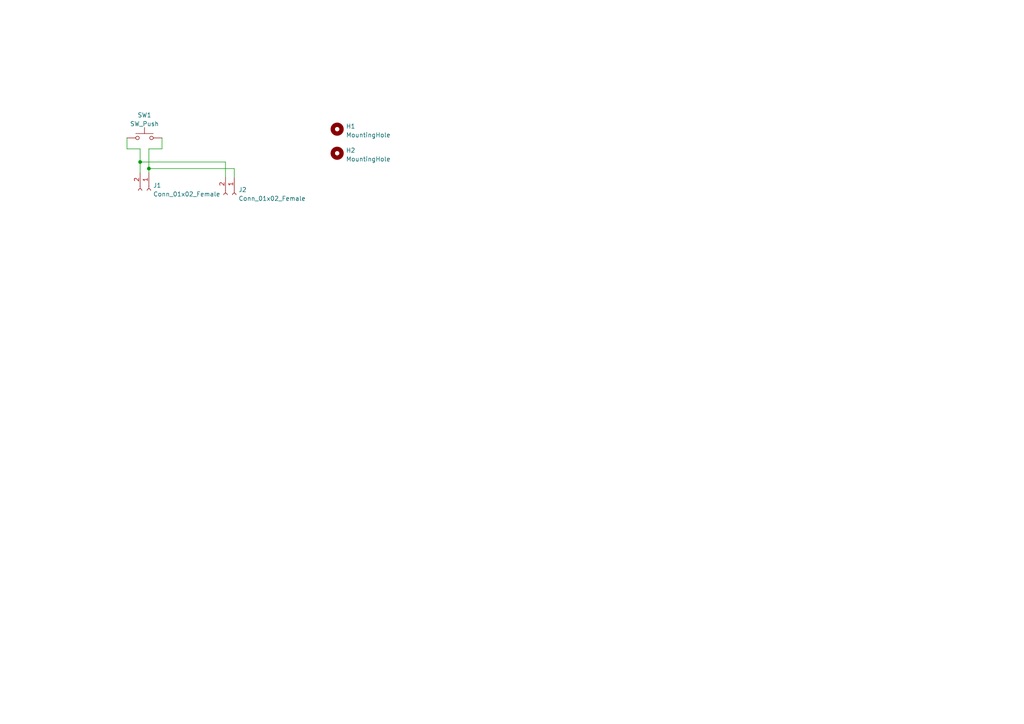
<source format=kicad_sch>
(kicad_sch (version 20211123) (generator eeschema)
  (paper "A4")
  (lib_symbols
    (symbol "Connector:Conn_01x02_Female" (pin_names (offset 1.016) hide)
      (property "Reference" "J" (at 0 2.54 0))
      (property "Value" "Conn_01x02_Female" (at 0 -5.08 0))
      (symbol "Conn_01x02_Female_1_1"
        (arc (start 0 -2.032) (mid -0.508 -2.54) (end 0 -3.048) (stroke (width 0.1524)))
        (polyline (pts (xy -1.27 -2.54) (xy -0.508 -2.54)) (stroke (width 0.1524)))
        (polyline (pts (xy -1.27 0) (xy -0.508 0)) (stroke (width 0.1524)))
        (arc (start 0 0.508) (mid -0.508 0) (end 0 -0.508) (stroke (width 0.1524)))
        (pin passive line (at -5.08 0 0) (length 3.81) (name "Pin_1") (number "1"))
        (pin passive line (at -5.08 -2.54 0) (length 3.81) (name "Pin_2") (number "2"))
      )
    )
    (symbol "Mechanical:MountingHole" (pin_names (offset 1.016))
      (property "Reference" "H" (at 0 5.08 0))
      (property "Value" "MountingHole" (at 0 3.175 0))
      (symbol "MountingHole_0_1"
        (circle (center 0 0) (radius 1.27) (stroke (width 1.27)))
      )
    )
    (symbol "Switch:SW_Push" (pin_numbers hide) (pin_names (offset 1.016) hide)
      (property "Reference" "SW" (at 1.27 2.54 0))
      (property "Value" "SW_Push" (at 0 -1.524 0))
      (symbol "SW_Push_0_1"
        (circle (center -2.032 0) (radius 0.508))
        (polyline (pts (xy 0 1.27) (xy 0 3.048)))
        (polyline (pts (xy 2.54 1.27) (xy -2.54 1.27)))
        (circle (center 2.032 0) (radius 0.508))
        (pin passive line (at -5.08 0 0) (length 2.54) (name "1") (number "1"))
        (pin passive line (at 5.08 0 180) (length 2.54) (name "2") (number "2"))
      )
    )
  )
  (junction (at 40.64 46.99))
  (junction (at 43.18 48.895))
  (wire (pts (xy 43.18 48.895) (xy 43.18 50.165)))
  (wire (pts (xy 46.99 43.18) (xy 43.18 43.18)))
  (wire (pts (xy 43.18 43.18) (xy 43.18 48.895)))
  (wire (pts (xy 40.64 50.165) (xy 40.64 46.99)))
  (wire (pts (xy 67.945 48.895) (xy 67.945 51.435)))
  (wire (pts (xy 40.64 43.18) (xy 36.83 43.18)))
  (wire (pts (xy 43.18 48.895) (xy 67.945 48.895)))
  (wire (pts (xy 46.99 40.005) (xy 46.99 43.18)))
  (wire (pts (xy 40.64 46.99) (xy 40.64 43.18)))
  (wire (pts (xy 40.64 46.99) (xy 65.405 46.99)))
  (wire (pts (xy 65.405 46.99) (xy 65.405 51.435)))
  (wire (pts (xy 36.83 43.18) (xy 36.83 40.005)))
  (symbol (lib_id "Mechanical:MountingHole") (at 97.79 37.465 0) (unit 1)
    (property "Reference" "H1" (at 100.33 36.6303 0) (effects (justify left)))
    (property "Value" "MountingHole" (at 100.33 39.1672 0) (effects (justify left)))
    (property "Footprint" "MountingHole:MountingHole_2.2mm_M2_Pad_TopBottom" (effects hide))
  )
  (symbol (lib_id "Mechanical:MountingHole") (at 97.79 44.45 0) (unit 1)
    (property "Reference" "H2" (at 100.33 43.6153 0) (effects (justify left)))
    (property "Value" "MountingHole" (at 100.33 46.1522 0) (effects (justify left)))
    (property "Footprint" "MountingHole:MountingHole_2.2mm_M2_Pad_TopBottom" (effects hide))
  )
  (symbol (lib_id "Switch:SW_Push") (at 41.91 40.005 0) (unit 1)
    (property "Reference" "SW1" (at 41.91 33.3842 0))
    (property "Value" "SW_Push" (at 41.91 35.9211 0))
    (property "Footprint" "MX_Only:MXOnly-1U-Hotswap-Antishear" (effects hide))
  )
  (symbol (lib_id "Connector:Conn_01x02_Female") (at 43.18 55.245 270) (unit 1)
    (property "Reference" "J1" (at 44.3992 53.7753 90) (effects (justify left)))
    (property "Value" "Conn_01x02_Female" (at 44.3992 56.3122 90) (effects (justify left)))
    (property "Footprint" "Connector_Molex:Molex_Pico-EZmate_78171-0002_1x02-1MP_P1.20mm_Vertical" (effects hide))
  )
  (symbol (lib_id "Connector:Conn_01x02_Female") (at 67.945 56.515 270) (unit 1)
    (property "Reference" "J2" (at 69.1642 55.0453 90) (effects (justify left)))
    (property "Value" "Conn_01x02_Female" (at 69.1642 57.5822 90) (effects (justify left)))
    (property "Footprint" "Connector_Molex:Molex_Pico-EZmate_78171-0002_1x02-1MP_P1.20mm_Vertical" (effects hide))
  )
)
</source>
